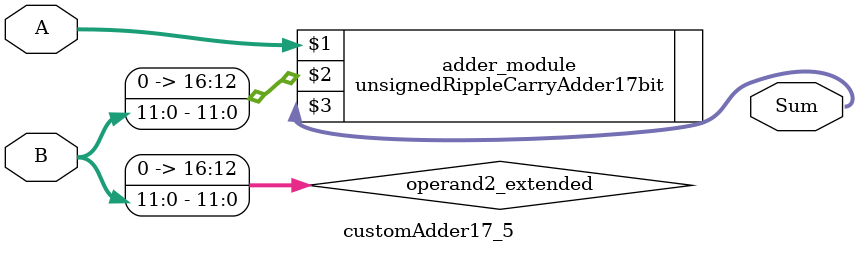
<source format=v>

module customAdder17_5(
                    input [16 : 0] A,
                    input [11 : 0] B,
                    
                    output [17 : 0] Sum
            );

    wire [16 : 0] operand2_extended;
    
    assign operand2_extended =  {5'b0, B};
    
    unsignedRippleCarryAdder17bit adder_module(
        A,
        operand2_extended,
        Sum
    );
    
endmodule
        
</source>
